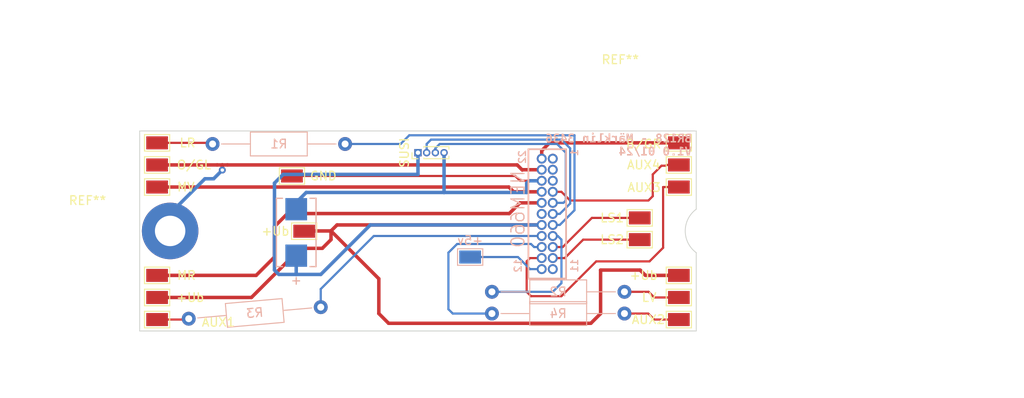
<source format=kicad_pcb>
(kicad_pcb (version 20221018) (generator pcbnew)
  (title_block (title "Maerklin BR128 sMD3 Adapter ") (date "2024-01-05") (rev "V1.0"))
  (layers (0 "F.Cu" signal) (31 "B.Cu" signal) (34 "B.Paste" user) (35 "F.Paste" user) (36 "B.SilkS" user "B.Silkscreen") (37 "F.SilkS" user "F.Silkscreen") (38 "B.Mask" user) (39 "F.Mask" user) (44 "Edge.Cuts" user))
  (net 0 "")
  (net 1 "+Ub")
  (net 2 "GND")
  (net 3 "AUX4")
  (net 4 "SUSI2")
  (net 5 "SUSI3")
  (net 6 "LS2")
  (net 7 "LS1")
  (net 8 "+5v")
  (net 9 "AUX3")
  (net 10 "AUX2")
  (net 11 "AUX1")
  (net 12 "MR")
  (net 13 "MV")
  (net 14 "0{slash}GL")
  (net 15 "B{slash}GR")
  (net 16 "LR")
  (net 17 "LV")
  (net 21 "Net-(J1-Pad7)")
  (net 22 "Net-(J1-Pad8)")
  (net 24 "Net-(J1-Pad14)")
  (net 25 "Net-(J1-Pad15)")
  (footprint "MaerklinConnectors:TestPoint_Pad_1.5x2.5mm" (layer "F.Cu") (at 107 37.5)
    (fp_text reference "LS2" (at -2.675 0) (layer "F.SilkS"))
    (fp_text value "LS")
    (fp_line (start -0.95 -0.95) (end 1.95 -0.95) (stroke (width 0.12)) (layer "F.SilkS"))
    (fp_line (start -0.95 0.95) (end -0.95 -0.95) (stroke (width 0.12)) (layer "F.SilkS"))
    (fp_line (start 1.95 -0.95) (end 1.95 0.95) (stroke (width 0.12)) (layer "F.SilkS"))
    (fp_line (start 1.95 0.95) (end -0.95 0.95) (stroke (width 0.12)) (layer "F.SilkS"))
    (pad "1" smd rect (at 0.5 0) (size 2.5 1.5) (layers "F.Cu" "F.Mask") (net 7 "LS1"))
  )
  (footprint "MountingHole:MountingHole_6mm" (layer "F.Cu") (at 60.5 36.5)
    (fp_text reference " " (at 0 -7) (layer "F.SilkS"))
    (fp_text value "MountingHole_6mm")
    (pad "" np_thru_hole circle (at 0 0) (size 6 6) (drill 6) (layers "*.Cu" "*.Mask"))
  )
  (footprint "MaerklinConnectors:TestPoint_Pad_1.5x2.5mm" (layer "F.Cu") (at 112.5 26.37 180)
    (fp_text reference "B/GR" (at 4.55 -0.135) (layer "F.SilkS"))
    (fp_text value "B/GR")
    (fp_line (start -0.95 -0.95) (end 1.95 -0.95) (stroke (width 0.12)) (layer "F.SilkS"))
    (fp_line (start -0.95 0.95) (end -0.95 -0.95) (stroke (width 0.12)) (layer "F.SilkS"))
    (fp_line (start 1.95 -0.95) (end 1.95 0.95) (stroke (width 0.12)) (layer "F.SilkS"))
    (fp_line (start 1.95 0.95) (end -0.95 0.95) (stroke (width 0.12)) (layer "F.SilkS"))
    (pad "1" smd rect (at 0.5 0 180) (size 2.5 1.5) (layers "F.Cu" "F.Mask") (net 15 "B{slash}GR"))
  )
  (footprint "MountingHole:MountingHole_2.7mm_M2.5_DIN965" (layer "F.Cu") (at 104 29.5)
    (fp_text reference "REF**" (at 1.27 -12.7) (layer "F.SilkS"))
    (fp_text value "MountingHole_2.7mm_M2.5_DIN965")
    (pad "" np_thru_hole circle (at 0 0) (size 2.7 2.7) (drill 2.7) (layers "*.Cu" "*.Mask"))
  )
  (footprint "MaerklinConnectors:TestPoint_Pad_1.5x2.5mm" (layer "F.Cu") (at 51.5 41.61)
    (fp_text reference "MR" (at 3.875 0) (layer "F.SilkS"))
    (fp_text value "MR")
    (fp_line (start -0.95 -0.95) (end 1.95 -0.95) (stroke (width 0.12)) (layer "F.SilkS"))
    (fp_line (start -0.95 0.95) (end -0.95 -0.95) (stroke (width 0.12)) (layer "F.SilkS"))
    (fp_line (start 1.95 -0.95) (end 1.95 0.95) (stroke (width 0.12)) (layer "F.SilkS"))
    (fp_line (start 1.95 0.95) (end -0.95 0.95) (stroke (width 0.12)) (layer "F.SilkS"))
    (pad "1" smd rect (at 0.5 0) (size 2.5 1.5) (layers "F.Cu" "F.Mask") (net 12 "MR"))
  )
  (footprint "MaerklinConnectors:TestPoint_Pad_1.5x2.5mm" (layer "F.Cu") (at 69.415 36.53 180)
    (fp_text reference "+Ub" (at 3.81 0.002) (layer "F.SilkS"))
    (fp_text value "+Ub")
    (fp_line (start -0.95 -0.95) (end 1.95 -0.95) (stroke (width 0.12)) (layer "F.SilkS"))
    (fp_line (start -0.95 0.95) (end -0.95 -0.95) (stroke (width 0.12)) (layer "F.SilkS"))
    (fp_line (start 1.95 -0.95) (end 1.95 0.95) (stroke (width 0.12)) (layer "F.SilkS"))
    (fp_line (start 1.95 0.95) (end -0.95 0.95) (stroke (width 0.12)) (layer "F.SilkS"))
    (pad "1" smd rect (at 0.5 0 180) (size 2.5 1.5) (layers "F.Cu" "F.Mask") (net 1 "+Ub"))
  )
  (footprint "MaerklinConnectors:TestPoint_Pad_1.5x2.5mm" (layer "F.Cu") (at 67.01 30.18)
    (fp_text reference "GND" (at 4.11 0) (layer "F.SilkS"))
    (fp_text value "GND")
    (fp_line (start -0.95 -0.95) (end 1.95 -0.95) (stroke (width 0.12)) (layer "F.SilkS"))
    (fp_line (start -0.95 0.95) (end -0.95 -0.95) (stroke (width 0.12)) (layer "F.SilkS"))
    (fp_line (start 1.95 -0.95) (end 1.95 0.95) (stroke (width 0.12)) (layer "F.SilkS"))
    (fp_line (start 1.95 0.95) (end -0.95 0.95) (stroke (width 0.12)) (layer "F.SilkS"))
    (pad "1" smd rect (at 0.5 0) (size 2.5 1.5) (layers "F.Cu" "F.Mask") (net 2 "GND"))
  )
  (footprint "MaerklinConnectors:TestPoint_Pad_1.5x2.5mm" (layer "F.Cu") (at 51.5 44.15)
    (fp_text reference "+Ub" (at 4.31 0.002) (layer "F.SilkS"))
    (fp_text value "+Ub")
    (fp_line (start -0.95 -0.95) (end 1.95 -0.95) (stroke (width 0.12)) (layer "F.SilkS"))
    (fp_line (start -0.95 0.95) (end -0.95 -0.95) (stroke (width 0.12)) (layer "F.SilkS"))
    (fp_line (start 1.95 -0.95) (end 1.95 0.95) (stroke (width 0.12)) (layer "F.SilkS"))
    (fp_line (start 1.95 0.95) (end -0.95 0.95) (stroke (width 0.12)) (layer "F.SilkS"))
    (pad "1" smd rect (at 0.5 0) (size 2.5 1.5) (layers "F.Cu" "F.Mask") (net 1 "+Ub"))
  )
  (footprint "MountingHole:MountingHole_3.5mm_Pad_TopBottom" (layer "F.Cu") (at 53.5 36.5)
    (fp_text reference "REF**" (at -9.5 -3.5) (layer "F.SilkS"))
    (fp_text value "MountingHole_3.5mm_Pad_TopBottom")
    (pad "1" thru_hole circle (at 0 0) (size 3.9 3.9) (drill 3.5) (layers "*.Cu" "*.Mask"))
    (pad "1" connect circle (at 0 0) (size 6.5 6.5) (layers "F.Cu" "F.Mask"))
    (pad "1" connect circle (at 0 0) (size 6.5 6.5) (layers "B.Cu" "B.Mask"))
  )
  (footprint "MaerklinConnectors:TestPoint_Pad_1.5x2.5mm" (layer "F.Cu") (at 51.5 26.37)
    (fp_text reference "LR" (at 4 0.002) (layer "F.SilkS"))
    (fp_text value "LR")
    (fp_line (start -0.95 -0.95) (end 1.95 -0.95) (stroke (width 0.12)) (layer "F.SilkS"))
    (fp_line (start -0.95 0.95) (end -0.95 -0.95) (stroke (width 0.12)) (layer "F.SilkS"))
    (fp_line (start 1.95 -0.95) (end 1.95 0.95) (stroke (width 0.12)) (layer "F.SilkS"))
    (fp_line (start 1.95 0.95) (end -0.95 0.95) (stroke (width 0.12)) (layer "F.SilkS"))
    (pad "1" smd rect (at 0.5 0) (size 2.5 1.5) (layers "F.Cu" "F.Mask") (net 16 "LR"))
  )
  (footprint "MaerklinConnectors:TestPoint_Pad_1.5x2.5mm" (layer "F.Cu") (at 51.5 46.69)
    (fp_text reference "AUX1" (at 7.555 0.302) (layer "F.SilkS"))
    (fp_text value "AUX1")
    (fp_line (start -0.95 -0.95) (end 1.95 -0.95) (stroke (width 0.12)) (layer "F.SilkS"))
    (fp_line (start -0.95 0.95) (end -0.95 -0.95) (stroke (width 0.12)) (layer "F.SilkS"))
    (fp_line (start 1.95 -0.95) (end 1.95 0.95) (stroke (width 0.12)) (layer "F.SilkS"))
    (fp_line (start 1.95 0.95) (end -0.95 0.95) (stroke (width 0.12)) (layer "F.SilkS"))
    (pad "1" smd rect (at 0.5 0) (size 2.5 1.5) (layers "F.Cu" "F.Mask") (net 11 "AUX1"))
  )
  (footprint "MaerklinConnectors:TestPoint_Pad_1.5x2.5mm" (layer "F.Cu") (at 51.5 28.91)
    (fp_text reference "O/GL" (at 4.745 0) (layer "F.SilkS"))
    (fp_text value "O/GL")
    (fp_line (start -0.95 -0.95) (end 1.95 -0.95) (stroke (width 0.12)) (layer "F.SilkS"))
    (fp_line (start -0.95 0.95) (end -0.95 -0.95) (stroke (width 0.12)) (layer "F.SilkS"))
    (fp_line (start 1.95 -0.95) (end 1.95 0.95) (stroke (width 0.12)) (layer "F.SilkS"))
    (fp_line (start 1.95 0.95) (end -0.95 0.95) (stroke (width 0.12)) (layer "F.SilkS"))
    (pad "1" smd rect (at 0.5 0) (size 2.5 1.5) (layers "F.Cu" "F.Mask") (net 14 "0{slash}GL"))
  )
  (footprint "MaerklinConnectors:TestPoint_Pad_1.5x2.5mm" (layer "F.Cu") (at 107 35)
    (fp_text reference "LS1" (at -2.675 0) (layer "F.SilkS"))
    (fp_text value "LS")
    (fp_line (start -0.95 -0.95) (end 1.95 -0.95) (stroke (width 0.12)) (layer "F.SilkS"))
    (fp_line (start -0.95 0.95) (end -0.95 -0.95) (stroke (width 0.12)) (layer "F.SilkS"))
    (fp_line (start 1.95 -0.95) (end 1.95 0.95) (stroke (width 0.12)) (layer "F.SilkS"))
    (fp_line (start 1.95 0.95) (end -0.95 0.95) (stroke (width 0.12)) (layer "F.SilkS"))
    (pad "1" smd rect (at 0.5 0) (size 2.5 1.5) (layers "F.Cu" "F.Mask") (net 6 "LS2"))
  )
  (footprint "MaerklinConnectors:TestPoint_Pad_1.5x2.5mm" (layer "F.Cu") (at 112.5 46.69 180)
    (fp_text reference "AUX2" (at 4 0) (layer "F.SilkS"))
    (fp_text value "AUX2")
    (fp_line (start -0.95 -0.95) (end 1.95 -0.95) (stroke (width 0.12)) (layer "F.SilkS"))
    (fp_line (start -0.95 0.95) (end -0.95 -0.95) (stroke (width 0.12)) (layer "F.SilkS"))
    (fp_line (start 1.95 -0.95) (end 1.95 0.95) (stroke (width 0.12)) (layer "F.SilkS"))
    (fp_line (start 1.95 0.95) (end -0.95 0.95) (stroke (width 0.12)) (layer "F.SilkS"))
    (pad "1" smd rect (at 0.5 0 180) (size 2.5 1.5) (layers "F.Cu" "F.Mask") (net 10 "AUX2"))
  )
  (footprint "Connector_PinHeader_1.00mm:PinHeader_1x04_P1.00mm_Vertical" (layer "F.Cu") (at 82 27.5 90)
    (fp_text reference "SUSI" (at 0 -1.56 90) (layer "F.SilkS"))
    (fp_text value "SUSI")
    (fp_line (start -0.695 -0.685) (end 0 -0.685) (stroke (width 0.12)) (layer "F.SilkS"))
    (fp_line (start -0.695 0) (end -0.695 -0.685) (stroke (width 0.12)) (layer "F.SilkS"))
    (fp_line (start -0.695 0.685) (end -0.695 3.56) (stroke (width 0.12)) (layer "F.SilkS"))
    (fp_line (start -0.695 0.685) (end -0.608276 0.685) (stroke (width 0.12)) (layer "F.SilkS"))
    (fp_line (start -0.695 3.56) (end -0.394493 3.56) (stroke (width 0.12)) (layer "F.SilkS"))
    (fp_line (start 0.394493 3.56) (end 0.695 3.56) (stroke (width 0.12)) (layer "F.SilkS"))
    (fp_line (start 0.608276 0.685) (end 0.695 0.685) (stroke (width 0.12)) (layer "F.SilkS"))
    (fp_line (start 0.695 0.685) (end 0.695 3.56) (stroke (width 0.12)) (layer "F.SilkS"))
    (pad "1" thru_hole rect (at 0 0 90) (size 0.85 0.85) (drill 0.5) (layers "*.Cu" "*.Mask") (net 1 "+Ub"))
    (pad "2" thru_hole oval (at 0 1 90) (size 0.85 0.85) (drill 0.5) (layers "*.Cu" "*.Mask") (net 4 "SUSI2"))
    (pad "3" thru_hole oval (at 0 2 90) (size 0.85 0.85) (drill 0.5) (layers "*.Cu" "*.Mask") (net 5 "SUSI3"))
    (pad "4" thru_hole oval (at 0 3 90) (size 0.85 0.85) (drill 0.5) (layers "*.Cu" "*.Mask") (net 2 "GND"))
  )
  (footprint "MaerklinConnectors:TestPoint_Pad_1.5x2.5mm" (layer "F.Cu") (at 112.5 41.61 180)
    (fp_text reference "+Ub" (at 4.55 0) (layer "F.SilkS"))
    (fp_text value "+Ub")
    (fp_line (start -0.95 -0.95) (end 1.95 -0.95) (stroke (width 0.12)) (layer "F.SilkS"))
    (fp_line (start -0.95 0.95) (end -0.95 -0.95) (stroke (width 0.12)) (layer "F.SilkS"))
    (fp_line (start 1.95 -0.95) (end 1.95 0.95) (stroke (width 0.12)) (layer "F.SilkS"))
    (fp_line (start 1.95 0.95) (end -0.95 0.95) (stroke (width 0.12)) (layer "F.SilkS"))
    (pad "1" smd rect (at 0.5 0 180) (size 2.5 1.5) (layers "F.Cu" "F.Mask") (net 1 "+Ub"))
  )
  (footprint "MaerklinConnectors:TestPoint_Pad_1.5x2.5mm" (layer "F.Cu") (at 112.5 44.15 180)
    (fp_text reference "LV" (at 3.915 0.002) (layer "F.SilkS"))
    (fp_text value "LV")
    (fp_line (start -0.95 -0.95) (end 1.95 -0.95) (stroke (width 0.12)) (layer "F.SilkS"))
    (fp_line (start -0.95 0.95) (end -0.95 -0.95) (stroke (width 0.12)) (layer "F.SilkS"))
    (fp_line (start 1.95 -0.95) (end 1.95 0.95) (stroke (width 0.12)) (layer "F.SilkS"))
    (fp_line (start 1.95 0.95) (end -0.95 0.95) (stroke (width 0.12)) (layer "F.SilkS"))
    (pad "1" smd rect (at 0.5 0 180) (size 2.5 1.5) (layers "F.Cu" "F.Mask") (net 17 "LV"))
  )
  (footprint "MaerklinConnectors:TestPoint_Pad_1.5x2.5mm" (layer "F.Cu") (at 112.5 28.91 180)
    (fp_text reference "AUX4" (at 4.55 0.002) (layer "F.SilkS"))
    (fp_text value "AUX4")
    (fp_line (start -0.95 -0.95) (end 1.95 -0.95) (stroke (width 0.12)) (layer "F.SilkS"))
    (fp_line (start -0.95 0.95) (end -0.95 -0.95) (stroke (width 0.12)) (layer "F.SilkS"))
    (fp_line (start 1.95 -0.95) (end 1.95 0.95) (stroke (width 0.12)) (layer "F.SilkS"))
    (fp_line (start 1.95 0.95) (end -0.95 0.95) (stroke (width 0.12)) (layer "F.SilkS"))
    (pad "1" smd rect (at 0.5 0 180) (size 2.5 1.5) (layers "F.Cu" "F.Mask") (net 3 "AUX4"))
  )
  (footprint "MaerklinConnectors:TestPoint_Pad_1.5x2.5mm" (layer "F.Cu") (at 111.5 31.45)
    (fp_text reference "AUX3" (at -3.5 0.05) (layer "F.SilkS"))
    (fp_text value "AUX3")
    (fp_line (start -0.95 -0.95) (end 1.95 -0.95) (stroke (width 0.12)) (layer "F.SilkS"))
    (fp_line (start -0.95 0.95) (end -0.95 -0.95) (stroke (width 0.12)) (layer "F.SilkS"))
    (fp_line (start 1.95 -0.95) (end 1.95 0.95) (stroke (width 0.12)) (layer "F.SilkS"))
    (fp_line (start 1.95 0.95) (end -0.95 0.95) (stroke (width 0.12)) (layer "F.SilkS"))
    (pad "1" smd rect (at 0.5 0) (size 2.5 1.5) (layers "F.Cu" "F.Mask") (net 9 "AUX3"))
  )
  (footprint "MaerklinConnectors:TestPoint_Pad_1.5x2.5mm" (layer "F.Cu") (at 51.5 31.45)
    (fp_text reference "MV" (at 3.81 0.002) (layer "F.SilkS"))
    (fp_text value "MV")
    (fp_line (start -0.95 -0.95) (end 1.95 -0.95) (stroke (width 0.12)) (layer "F.SilkS"))
    (fp_line (start -0.95 0.95) (end -0.95 -0.95) (stroke (width 0.12)) (layer "F.SilkS"))
    (fp_line (start 1.95 -0.95) (end 1.95 0.95) (stroke (width 0.12)) (layer "F.SilkS"))
    (fp_line (start 1.95 0.95) (end -0.95 0.95) (stroke (width 0.12)) (layer "F.SilkS"))
    (pad "1" smd rect (at 0.5 0) (size 2.5 1.5) (layers "F.Cu" "F.Mask") (net 13 "MV"))
  )
  (footprint "MaerklinConnectors:TestPoint_Pad_1.5x2.5mm" (layer "B.Cu") (at 88.5 39.5 180)
    (fp_text reference "+5v" (at 0.5 1.905) (layer "B.SilkS") (effects (justify mirror)))
    (fp_text value "+5v")
    (fp_line (start -0.95 -0.95) (end -0.95 0.95) (stroke (width 0.12)) (layer "B.SilkS"))
    (fp_line (start -0.95 0.95) (end 1.95 0.95) (stroke (width 0.12)) (layer "B.SilkS"))
    (fp_line (start 1.95 -0.95) (end -0.95 -0.95) (stroke (width 0.12)) (layer "B.SilkS"))
    (fp_line (start 1.95 0.95) (end 1.95 -0.95) (stroke (width 0.12)) (layer "B.SilkS"))
    (pad "1" smd rect (at 0.5 0 180) (size 2.5 1.5) (layers "B.Cu" "B.Mask") (net 8 "+5v"))
  )
  (footprint "MaerklinConnectors:CAPMP7.6X4.3_4.3N_KEM" (layer "B.Cu") (at 68 36.672194 90)
    (fp_text reference "C1" hide)
    (fp_text value "T491X108K006AT")
    (fp_line (start -5.569991 0.381) (end -5.569991 -0.381) (stroke (width 0.1524)) (layer "B.SilkS"))
    (fp_line (start -5.188991 0) (end -5.950991 0) (stroke (width 0.1524)) (layer "B.SilkS"))
    (fp_line (start -3.926992 -2.276996) (end 3.926992 -2.276996) (stroke (width 0.1524)) (layer "B.SilkS"))
    (fp_line (start -3.926992 -1.582738) (end -3.926992 -2.276996) (stroke (width 0.1524)) (layer "B.SilkS"))
    (fp_line (start -3.926992 2.276996) (end -3.926992 1.582738) (stroke (width 0.1524)) (layer "B.SilkS"))
    (fp_line (start 3.926992 -2.276996) (end 3.926992 -1.582738) (stroke (width 0.1524)) (layer "B.SilkS"))
    (fp_line (start 3.926992 1.582738) (end 3.926992 2.276996) (stroke (width 0.1524)) (layer "B.SilkS"))
    (fp_line (start 3.926992 2.276996) (end -3.926992 2.276996) (stroke (width 0.1524)) (layer "B.SilkS"))
    (pad "1" smd rect (at -2.672194 0) (size 2.499995 2.560396) (layers "B.Cu" "B.Paste" "B.Mask") (net 1 "+Ub"))
    (pad "2" smd rect (at 2.672194 0) (size 2.499995 2.560396) (layers "B.Cu" "B.Paste" "B.Mask") (net 2 "GND"))
  )
  (footprint "Resistor_THT:R_Axial_DIN0207_L6.3mm_D2.5mm_P15.24mm_Horizontal" (layer "B.Cu") (at 105.745 43.5 180)
    (fp_text reference "R2" (at 7.62 0) (layer "B.SilkS") (effects (justify mirror)))
    (fp_text value "~")
    (fp_line (start 1.04 0) (end 4.35 0) (stroke (width 0.12)) (layer "B.SilkS"))
    (fp_line (start 4.35 -1.37) (end 10.89 -1.37) (stroke (width 0.12)) (layer "B.SilkS"))
    (fp_line (start 4.35 1.37) (end 4.35 -1.37) (stroke (width 0.12)) (layer "B.SilkS"))
    (fp_line (start 10.89 -1.37) (end 10.89 1.37) (stroke (width 0.12)) (layer "B.SilkS"))
    (fp_line (start 10.89 1.37) (end 4.35 1.37) (stroke (width 0.12)) (layer "B.SilkS"))
    (fp_line (start 14.2 0) (end 10.89 0) (stroke (width 0.12)) (layer "B.SilkS"))
    (pad "1" thru_hole circle (at 0 0 180) (size 1.6 1.6) (drill 0.8) (layers "*.Cu" "*.Mask") (net 17 "LV"))
    (pad "2" thru_hole oval (at 15.24 0 180) (size 1.6 1.6) (drill 0.8) (layers "*.Cu" "*.Mask") (net 22 "Net-(J1-Pad8)"))
  )
  (footprint "Resistor_THT:R_Axial_DIN0207_L6.3mm_D2.5mm_P15.24mm_Horizontal" (layer "B.Cu") (at 58.38 26.5)
    (fp_text reference "R1" (at 7.62 0) (layer "B.SilkS") (effects (justify mirror)))
    (fp_text value "~")
    (fp_line (start 1.04 0) (end 4.35 0) (stroke (width 0.12)) (layer "B.SilkS"))
    (fp_line (start 4.35 -1.37) (end 10.89 -1.37) (stroke (width 0.12)) (layer "B.SilkS"))
    (fp_line (start 4.35 1.37) (end 4.35 -1.37) (stroke (width 0.12)) (layer "B.SilkS"))
    (fp_line (start 10.89 -1.37) (end 10.89 1.37) (stroke (width 0.12)) (layer "B.SilkS"))
    (fp_line (start 10.89 1.37) (end 4.35 1.37) (stroke (width 0.12)) (layer "B.SilkS"))
    (fp_line (start 14.2 0) (end 10.89 0) (stroke (width 0.12)) (layer "B.SilkS"))
    (pad "1" thru_hole circle (at 0 0) (size 1.6 1.6) (drill 0.8) (layers "*.Cu" "*.Mask") (net 16 "LR"))
    (pad "2" thru_hole oval (at 15.24 0) (size 1.6 1.6) (drill 0.8) (layers "*.Cu" "*.Mask") (net 21 "Net-(J1-Pad7)"))
  )
  (footprint "MaerklinConnectors:SAMTEC-FTS-111-01-X-D" (layer "B.Cu") (at 96.865 34.54 -90)
    (fp_text reference "NEM660" (at -0.54 3.365 90) (layer "B.SilkS") (effects (font (size 1.5 1.5)) (justify mirror)))
    (fp_text value "SAMTEC-FTS-111-01-X-D")
    (fp_text user "1" (at -7.04 -3.135 90) (layer "B.SilkS") (effects (font (size 0.8 0.8)) (justify mirror)))
    (fp_text user "11" (at 5.96 -3.135 90) (layer "B.SilkS") (effects (font (size 0.8 0.8)) (justify mirror)))
    (fp_text user "12" (at 5.96 3.365 90) (layer "B.SilkS") (effects (font (size 0.8 0.8)) (justify mirror)))
    (fp_text user "22" (at -6.54 2.865 90) (layer "B.SilkS") (effects (font (size 0.8 0.8)) (justify mirror)))
    (fp_line (start -7.435 -2.165) (end 7.435 -2.165) (stroke (width 0.2)) (layer "B.SilkS"))
    (fp_line (start -7.435 2.165) (end -7.435 -2.165) (stroke (width 0.2)) (layer "B.SilkS"))
    (fp_line (start 7.435 -2.165) (end 7.435 2.165) (stroke (width 0.2)) (layer "B.SilkS"))
    (fp_line (start 7.435 2.165) (end -7.435 2.165) (stroke (width 0.2)) (layer "B.SilkS"))
    (pad "1" thru_hole circle (at -6.35 -0.635 270) (size 1.143 1.143) (drill 0.71) (layers "*.Cu"))
    (pad "2" thru_hole circle (at -5.08 -0.635 270) (size 1.143 1.143) (drill 0.71) (layers "*.Cu"))
    (pad "3" thru_hole circle (at -3.81 -0.635 270) (size 1.143 1.143) (drill 0.71) (layers "*.Cu"))
    (pad "4" thru_hole circle (at -2.54 -0.635 270) (size 1.143 1.143) (drill 0.71) (layers "*.Cu") (net 3 "AUX4"))
    (pad "5" thru_hole circle (at -1.27 -0.635 270) (size 1.143 1.143) (drill 0.71) (layers "*.Cu") (net 5 "SUSI3"))
    (pad "6" thru_hole circle (at 0 -0.635 270) (size 1.143 1.143) (drill 0.71) (layers "*.Cu") (net 4 "SUSI2"))
    (pad "7" thru_hole circle (at 1.27 -0.635 270) (size 1.143 1.143) (drill 0.71) (layers "*.Cu") (net 21 "Net-(J1-Pad7)"))
    (pad "8" thru_hole circle (at 2.54 -0.635 270) (size 1.143 1.143) (drill 0.71) (layers "*.Cu") (net 22 "Net-(J1-Pad8)"))
    (pad "9" thru_hole circle (at 3.81 -0.635 270) (size 1.143 1.143) (drill 0.71) (layers "*.Cu") (net 6 "LS2"))
    (pad "10" thru_hole circle (at 5.08 -0.635 270) (size 1.143 1.143) (drill 0.71) (layers "*.Cu") (net 7 "LS1"))
    (pad "11" thru_hole circle (at 6.35 -0.635 270) (size 1.143 1.143) (drill 0.71) (layers "*.Cu"))
    (pad "12" thru_hole circle (at 6.35 0.635 270) (size 1.143 1.143) (drill 0.71) (layers "*.Cu") (net 8 "+5v"))
    (pad "13" thru_hole circle (at 5.08 0.635 270) (size 1.143 1.143) (drill 0.71) (layers "*.Cu") (net 9 "AUX3"))
    (pad "14" thru_hole circle (at 3.81 0.635 270) (size 1.143 1.143) (drill 0.71) (layers "*.Cu") (net 24 "Net-(J1-Pad14)"))
    (pad "15" thru_hole circle (at 2.54 0.635 270) (size 1.143 1.143) (drill 0.71) (layers "*.Cu") (net 25 "Net-(J1-Pad15)"))
    (pad "16" thru_hole circle (at 1.27 0.635 270) (size 1.143 1.143) (drill 0.71) (layers "*.Cu") (net 1 "+Ub"))
    (pad "17" thru_hole circle (at 0 0.635 270) (size 1.143 1.143) (drill 0.71) (layers "*.Cu"))
    (pad "18" thru_hole circle (at -1.27 0.635 270) (size 1.143 1.143) (drill 0.71) (layers "*.Cu") (net 12 "MR"))
    (pad "19" thru_hole circle (at -2.54 0.635 270) (size 1.143 1.143) (drill 0.71) (layers "*.Cu") (net 13 "MV"))
    (pad "20" thru_hole circle (at -3.81 0.635 270) (size 1.143 1.143) (drill 0.71) (layers "*.Cu") (net 2 "GND"))
    (pad "21" thru_hole circle (at -5.08 0.635 270) (size 1.143 1.143) (drill 0.71) (layers "*.Cu") (net 14 "0{slash}GL"))
    (pad "22" thru_hole circle (at -6.35 0.635 270) (size 1.143 1.143) (drill 0.71) (layers "*.Cu") (net 15 "B{slash}GR"))
  )
  (footprint "Resistor_THT:R_Axial_DIN0207_L6.3mm_D2.5mm_P15.24mm_Horizontal" (layer "B.Cu") (at 70.82 45.263874 -175)
    (fp_text reference "R3" (at 7.62 0 -355) (layer "B.SilkS") (effects (justify mirror)))
    (fp_text value "~")
    (fp_line (start 1.04 0) (end 4.35 0) (stroke (width 0.12)) (layer "B.SilkS"))
    (fp_line (start 4.35 -1.37) (end 10.89 -1.37) (stroke (width 0.12)) (layer "B.SilkS"))
    (fp_line (start 4.35 1.37) (end 4.35 -1.37) (stroke (width 0.12)) (layer "B.SilkS"))
    (fp_line (start 10.89 -1.37) (end 10.89 1.37) (stroke (width 0.12)) (layer "B.SilkS"))
    (fp_line (start 10.89 1.37) (end 4.35 1.37) (stroke (width 0.12)) (layer "B.SilkS"))
    (fp_line (start 14.2 0) (end 10.89 0) (stroke (width 0.12)) (layer "B.SilkS"))
    (pad "1" thru_hole circle (at 0 0 185) (size 1.6 1.6) (drill 0.8) (layers "*.Cu" "*.Mask") (net 25 "Net-(J1-Pad15)"))
    (pad "2" thru_hole oval (at 15.24 0 185) (size 1.6 1.6) (drill 0.8) (layers "*.Cu" "*.Mask") (net 11 "AUX1"))
  )
  (footprint "Resistor_THT:R_Axial_DIN0207_L6.3mm_D2.5mm_P15.24mm_Horizontal" (layer "B.Cu") (at 90.505 46)
    (fp_text reference "R4" (at 7.62 0) (layer "B.SilkS") (effects (justify mirror)))
    (fp_text value "~")
    (fp_line (start 1.04 0) (end 4.35 0) (stroke (width 0.12)) (layer "B.SilkS"))
    (fp_line (start 4.35 -1.37) (end 10.89 -1.37) (stroke (width 0.12)) (layer "B.SilkS"))
    (fp_line (start 4.35 1.37) (end 4.35 -1.37) (stroke (width 0.12)) (layer "B.SilkS"))
    (fp_line (start 10.89 -1.37) (end 10.89 1.37) (stroke (width 0.12)) (layer "B.SilkS"))
    (fp_line (start 10.89 1.37) (end 4.35 1.37) (stroke (width 0.12)) (layer "B.SilkS"))
    (fp_line (start 14.2 0) (end 10.89 0) (stroke (width 0.12)) (layer "B.SilkS"))
    (pad "1" thru_hole circle (at 0 0) (size 1.6 1.6) (drill 0.8) (layers "*.Cu" "*.Mask") (net 24 "Net-(J1-Pad14)"))
    (pad "2" thru_hole oval (at 15.24 0) (size 1.6 1.6) (drill 0.8) (layers "*.Cu" "*.Mask") (net 10 "AUX2"))
  )
  (gr_line (start 50 25) (end 50 48) (stroke (width 0.1)) (layer "Edge.Cuts"))
  (gr_line (start 114 25) (end 114 34) (stroke (width 0.1)) (layer "Edge.Cuts"))
  (gr_line (start 114 39) (end 114 48) (stroke (width 0.1)) (layer "Edge.Cuts"))
  (gr_line (start 114 48) (end 50 48) (stroke (width 0.1)) (layer "Edge.Cuts"))
  (gr_line (start 50 25) (end 114 25) (stroke (width 0.1)) (layer "Edge.Cuts"))
  (gr_arc (start 114 39) (mid 112.734946 36.5) (end 114 34) (stroke (width 0.1)) (layer "Edge.Cuts"))
  (gr_text "V1.0 01/24" (at 113.5 28) (layer "B.SilkS") (effects (font (size 1 1) (thickness 0.2) bold) (justify left bottom mirror)))
  (gr_text "BR128 - Märklin 3436" (at 113.5 26.5) (layer "B.SilkS") (effects (font (size 1 1) (thickness 0.2) bold) (justify left bottom mirror)))
  (segment (start 72 36.5) (end 77.5 42) (width 0.4) (layer "F.Cu") (net 1))
  (segment (start 108.158 41.61) (end 112.1 41.61) (width 0.4) (layer "F.Cu") (net 1))
  (segment (start 103 41) (end 107.548 41) (width 0.4) (layer "F.Cu") (net 1))
  (segment (start 96.23 35.81) (end 72.69 35.81) (width 0.4) (layer "F.Cu") (net 1))
  (segment (start 72.69 35.81) (end 72 36.5) (width 0.4) (layer "F.Cu") (net 1))
  (segment (start 77.5 46) (end 78.62 47.12) (width 0.4) (layer "F.Cu") (net 1))
  (segment (start 101.88 47.12) (end 103 46) (width 0.4) (layer "F.Cu") (net 1))
  (segment (start 72 36.5) (end 68.945 36.5) (width 0.4) (layer "F.Cu") (net 1))
  (segment (start 52 44.15) (end 62.85 44.15) (width 0.4) (layer "F.Cu") (net 1))
  (segment (start 77.5 42) (end 77.5 46) (width 0.4) (layer "F.Cu") (net 1))
  (segment (start 62.85 44.15) (end 68.5 38.5) (width 0.4) (layer "F.Cu") (net 1))
  (segment (start 68.5 38.5) (end 71 38.5) (width 0.4) (layer "F.Cu") (net 1))
  (segment (start 72 37.5) (end 72 36.5) (width 0.4) (layer "F.Cu") (net 1))
  (segment (start 78.62 47.12) (end 101.88 47.12) (width 0.4) (layer "F.Cu") (net 1))
  (segment (start 107.548 41) (end 108.158 41.61) (width 0.4) (layer "F.Cu") (net 1))
  (segment (start 68.945 36.5) (end 68.915 36.53) (width 0.25) (layer "F.Cu") (net 1))
  (segment (start 71 38.5) (end 72 37.5) (width 0.4) (layer "F.Cu") (net 1))
  (segment (start 103 46) (end 103 41) (width 0.4) (layer "F.Cu") (net 1))
  (segment (start 68 41.5) (end 66 41.5) (width 0.4) (layer "B.Cu") (net 1))
  (segment (start 65.5 41) (end 65.5 31) (width 0.4) (layer "B.Cu") (net 1))
  (segment (start 66.5 30) (end 82 30) (width 0.4) (layer "B.Cu") (net 1))
  (segment (start 66 41.5) (end 65.5 41) (width 0.4) (layer "B.Cu") (net 1))
  (segment (start 70.828426 41.5) (end 76.518426 35.81) (width 0.4) (layer "B.Cu") (net 1))
  (segment (start 68 41.5) (end 68 39.344388) (width 0.4) (layer "B.Cu") (net 1))
  (segment (start 65.5 31) (end 66.5 30) (width 0.4) (layer "B.Cu") (net 1))
  (segment (start 82 30) (end 82 27.5) (width 0.4) (layer "B.Cu") (net 1))
  (segment (start 76.518426 35.81) (end 96.23 35.81) (width 0.4) (layer "B.Cu") (net 1))
  (segment (start 68 41.5) (end 70.828426 41.5) (width 0.4) (layer "B.Cu") (net 1))
  (segment (start 93.73 30.73) (end 93.18 30.18) (width 0.25) (layer "F.Cu") (net 2))
  (segment (start 96.23 30.73) (end 93.73 30.73) (width 0.25) (layer "F.Cu") (net 2))
  (segment (start 93.18 30.18) (end 67.51 30.18) (width 0.25) (layer "F.Cu") (net 2))
  (segment (start 96.23 30.73) (end 94.77 30.73) (width 0.4) (layer "B.Cu") (net 2))
  (segment (start 68 33.224802) (end 68 34) (width 0.4) (layer "B.Cu") (net 2))
  (segment (start 94.77 30.73) (end 94.5 31) (width 0.4) (layer "B.Cu") (net 2))
  (segment (start 94.5 31) (end 94.5 32.076004) (width 0.4) (layer "B.Cu") (net 2))
  (segment (start 94.5 32.076004) (end 85 32.076004) (width 0.4) (layer "B.Cu") (net 2))
  (segment (start 85 32.076004) (end 69.148798 32.076004) (width 0.4) (layer "B.Cu") (net 2))
  (segment (start 85 27.5) (end 85 32.076004) (width 0.4) (layer "B.Cu") (net 2))
  (segment (start 69.148798 32.076004) (end 68 33.224802) (width 0.4) (layer "B.Cu") (net 2))
  (segment (start 108.5 33) (end 99.5 33) (width 0.25) (layer "F.Cu") (net 3))
  (segment (start 110.5 29) (end 110 29) (width 0.25) (layer "F.Cu") (net 3))
  (segment (start 99.5 33) (end 98.5 32) (width 0.25) (layer "F.Cu") (net 3))
  (segment (start 110.59 28.91) (end 110.5 29) (width 0.25) (layer "F.Cu") (net 3))
  (segment (start 110 29) (end 109 30) (width 0.25) (layer "F.Cu") (net 3))
  (segment (start 98.5 32) (end 97.5 32) (width 0.25) (layer "F.Cu") (net 3))
  (segment (start 109 30) (end 109 32.5) (width 0.25) (layer "F.Cu") (net 3))
  (segment (start 109 32.5) (end 108.5 33) (width 0.25) (layer "F.Cu") (net 3))
  (segment (start 112 28.91) (end 110.59 28.91) (width 0.25) (layer "F.Cu") (net 3))
  (segment (start 98.5 26) (end 83.5 26) (width 0.25) (layer "B.Cu") (net 4))
  (segment (start 99.5 33.348223) (end 99.5 27) (width 0.25) (layer "B.Cu") (net 4))
  (segment (start 83.5 26) (end 83 26.5) (width 0.25) (layer "B.Cu") (net 4))
  (segment (start 98.308223 34.54) (end 99.5 33.348223) (width 0.25) (layer "B.Cu") (net 4))
  (segment (start 83 26.5) (end 83 27.5) (width 0.25) (layer "B.Cu") (net 4))
  (segment (start 97.5 34.54) (end 98.308223 34.54) (width 0.25) (layer "B.Cu") (net 4))
  (segment (start 99.5 27) (end 98.5 26) (width 0.25) (layer "B.Cu") (net 4))
  (segment (start 84 27) (end 84.5 26.5) (width 0.25) (layer "B.Cu") (net 5))
  (segment (start 98 26.5) (end 99 27.5) (width 0.25) (layer "B.Cu") (net 5))
  (segment (start 84 27.5) (end 84 27) (width 0.25) (layer "B.Cu") (net 5))
  (segment (start 84.5 26.5) (end 98 26.5) (width 0.25) (layer "B.Cu") (net 5))
  (segment (start 97.5 33.27) (end 98.73 33.27) (width 0.25) (layer "B.Cu") (net 5))
  (segment (start 99 27.5) (end 99 33) (width 0.25) (layer "B.Cu") (net 5))
  (segment (start 98.73 33.27) (end 99 33) (width 0.25) (layer "B.Cu") (net 5))
  (segment (start 97.5 33.27) (end 97.77 33) (width 0.25) (layer "B.Cu") (net 5))
  (segment (start 97.5 38.35) (end 98.65 38.35) (width 0.25) (layer "F.Cu") (net 6))
  (segment (start 102 35) (end 106.5 35) (width 0.25) (layer "F.Cu") (net 6))
  (segment (start 98.65 38.35) (end 102 35) (width 0.25) (layer "F.Cu") (net 6))
  (segment (start 101 37.5) (end 98.88 39.62) (width 0.25) (layer "F.Cu") (net 7))
  (segment (start 98.88 39.62) (end 97.5 39.62) (width 0.25) (layer "F.Cu") (net 7))
  (segment (start 106.5 37.5) (end 101 37.5) (width 0.25) (layer "F.Cu") (net 7))
  (segment (start 94.89 40.89) (end 93.5 39.5) (width 0.25) (layer "B.Cu") (net 8))
  (segment (start 93.5 39.5) (end 88 39.5) (width 0.25) (layer "B.Cu") (net 8))
  (segment (start 96.23 40.89) (end 94.89 40.89) (width 0.25) (layer "B.Cu") (net 8))
  (segment (start 108.625 40) (end 110.19 38.435) (width 0.25) (layer "F.Cu") (net 9))
  (segment (start 94.5 40) (end 94.88 39.62) (width 0.25) (layer "F.Cu") (net 9))
  (segment (start 110.19 31.45) (end 110.19 38.435) (width 0.25) (layer "F.Cu") (net 9))
  (segment (start 94.5 43.5) (end 94.5 40) (width 0.25) (layer "F.Cu") (net 9))
  (segment (start 95 44) (end 98.5 44) (width 0.25) (layer "F.Cu") (net 9))
  (segment (start 112.095 31.45) (end 110.19 31.45) (width 0.25) (layer "F.Cu") (net 9))
  (segment (start 98.5 44) (end 102.5 40) (width 0.25) (layer "F.Cu") (net 9))
  (segment (start 102.5 40) (end 108.625 40) (width 0.25) (layer "F.Cu") (net 9))
  (segment (start 94.88 39.62) (end 96.23 39.62) (width 0.25) (layer "F.Cu") (net 9))
  (segment (start 95 44) (end 94.5 43.5) (width 0.25) (layer "F.Cu") (net 9))
  (segment (start 105.745 46) (end 108.484 46) (width 0.25) (layer "F.Cu") (net 10))
  (segment (start 112.095 46.69) (end 109.174 46.69) (width 0.25) (layer "F.Cu") (net 10))
  (segment (start 108.484 46) (end 109.174 46.69) (width 0.25) (layer "F.Cu") (net 10))
  (segment (start 52.405 46.69) (end 54.945 46.69) (width 0.25) (layer "F.Cu") (net 11))
  (segment (start 54.945 46.69) (end 55.58 46.055) (width 0.25) (layer "F.Cu") (net 11))
  (segment (start 92.5 34.5) (end 93.73 33.27) (width 0.4) (layer "F.Cu") (net 12))
  (segment (start 63.39 41.61) (end 65.5 39.5) (width 0.4) (layer "F.Cu") (net 12))
  (segment (start 65.5 39.5) (end 65.5 36) (width 0.4) (layer "F.Cu") (net 12))
  (segment (start 52 41.61) (end 63.39 41.61) (width 0.4) (layer "F.Cu") (net 12))
  (segment (start 93.73 33.27) (end 96.23 33.27) (width 0.4) (layer "F.Cu") (net 12))
  (segment (start 67 34.5) (end 92.5 34.5) (width 0.4) (layer "F.Cu") (net 12))
  (segment (start 65.5 36) (end 67 34.5) (width 0.4) (layer "F.Cu") (net 12))
  (segment (start 92.45 31.45) (end 93 32) (width 0.4) (layer "F.Cu") (net 13))
  (segment (start 52.405 31.45) (end 92.45 31.45) (width 0.4) (layer "F.Cu") (net 13))
  (segment (start 93 32) (end 96.23 32) (width 0.4) (layer "F.Cu") (net 13))
  (segment (start 96.23 29.46) (end 94.04 29.46) (width 0.4) (layer "F.Cu") (net 14))
  (segment (start 94 29.5) (end 93.41 28.91) (width 0.4) (layer "F.Cu") (net 14))
  (segment (start 59.5 28.91) (end 59.5 29.5) (width 0.4) (layer "F.Cu") (net 14))
  (segment (start 58.91 28.91) (end 52 28.91) (width 0.4) (layer "F.Cu") (net 14))
  (segment (start 58.91 28.91) (end 59.5 28.91) (width 0.4) (layer "F.Cu") (net 14))
  (segment (start 94.04 29.46) (end 94 29.5) (width 0.25) (layer "F.Cu") (net 14))
  (segment (start 59.5 28.91) (end 60.09 28.91) (width 0.4) (layer "F.Cu") (net 14))
  (segment (start 93.41 28.91) (end 60.09 28.91) (width 0.4) (layer "F.Cu") (net 14))
  (via (at 59.5 29.5) (size 0.8) (drill 0.4) (layers "F.Cu" "B.Cu") (net 14))
  (segment (start 58.5 30.5) (end 57.5 30.5) (width 0.4) (layer "B.Cu") (net 14))
  (segment (start 59.5 29.5) (end 58.5 30.5) (width 0.4) (layer "B.Cu") (net 14))
  (segment (start 57.5 30.5) (end 54 34) (width 0.4) (layer "B.Cu") (net 14))
  (segment (start 112 26.37) (end 97.13 26.37) (width 0.4) (layer "F.Cu") (net 15))
  (segment (start 96.23 28.19) (end 96.23 27.27) (width 0.4) (layer "F.Cu") (net 15))
  (segment (start 96.23 27.27) (end 97.13 26.37) (width 0.4) (layer "F.Cu") (net 15))
  (segment (start 58.25 26.37) (end 58.38 26.5) (width 0.25) (layer "F.Cu") (net 16))
  (segment (start 52 26.37) (end 58.25 26.37) (width 0.25) (layer "F.Cu") (net 16))
  (segment (start 108.524 43.5) (end 105.745 43.5) (width 0.25) (layer "F.Cu") (net 17))
  (segment (start 109.174 44.15) (end 108.524 43.5) (width 0.25) (layer "F.Cu") (net 17))
  (segment (start 112.095 44.15) (end 109.174 44.15) (width 0.25) (layer "F.Cu") (net 17))
  (segment (start 81 25.5) (end 100 25.5) (width 0.25) (layer "B.Cu") (net 21))
  (segment (start 100 34.118223) (end 98.308223 35.81) (width 0.25) (layer "B.Cu") (net 21))
  (segment (start 80 26.5) (end 81 25.5) (width 0.25) (layer "B.Cu") (net 21))
  (segment (start 73.62 26.5) (end 80 26.5) (width 0.25) (layer "B.Cu") (net 21))
  (segment (start 98.308223 35.81) (end 97.5 35.81) (width 0.25) (layer "B.Cu") (net 21))
  (segment (start 100 25.5) (end 100 34.118223) (width 0.25) (layer "B.Cu") (net 21))
  (segment (start 97.5 37.08) (end 98.08 37.08) (width 0.25) (layer "B.Cu") (net 22))
  (segment (start 98.5 42.5) (end 97.5 43.5) (width 0.25) (layer "B.Cu") (net 22))
  (segment (start 98.5 37.5) (end 98.5 42.5) (width 0.25) (layer "B.Cu") (net 22))
  (segment (start 98.08 37.08) (end 98.5 37.5) (width 0.25) (layer "B.Cu") (net 22))
  (segment (start 97.5 43.5) (end 90.505 43.5) (width 0.25) (layer "B.Cu") (net 22))
  (segment (start 95 38) (end 95.35 38.35) (width 0.25) (layer "B.Cu") (net 24))
  (segment (start 86 46) (end 90.505 46) (width 0.25) (layer "B.Cu") (net 24))
  (segment (start 85.5 45.5) (end 86 46) (width 0.25) (layer "B.Cu") (net 24))
  (segment (start 95.35 38.35) (end 96.23 38.35) (width 0.25) (layer "B.Cu") (net 24))
  (segment (start 85.5 39) (end 85.5 45.5) (width 0.25) (layer "B.Cu") (net 24))
  (segment (start 86.5 38) (end 95 38) (width 0.25) (layer "B.Cu") (net 24))
  (segment (start 86.5 38) (end 85.5 39) (width 0.25) (layer "B.Cu") (net 24))
  (segment (start 70.82 43.18) (end 76.92 37.08) (width 0.25) (layer "B.Cu") (net 25))
  (segment (start 70.82 45.263874) (end 70.82 43.18) (width 0.25) (layer "B.Cu") (net 25))
  (segment (start 76.92 37.08) (end 96.23 37.08) (width 0.25) (layer "B.Cu") (net 25))
)
</source>
